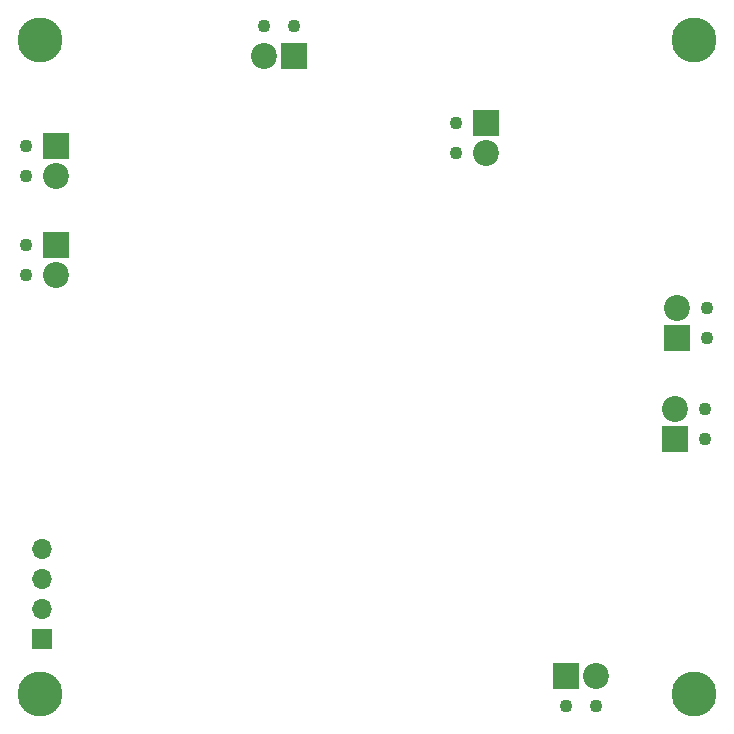
<source format=gbs>
G04 #@! TF.GenerationSoftware,KiCad,Pcbnew,(6.0.8)*
G04 #@! TF.CreationDate,2022-10-29T16:07:11-04:00*
G04 #@! TF.ProjectId,miura_board,6d697572-615f-4626-9f61-72642e6b6963,rev?*
G04 #@! TF.SameCoordinates,Original*
G04 #@! TF.FileFunction,Soldermask,Bot*
G04 #@! TF.FilePolarity,Negative*
%FSLAX46Y46*%
G04 Gerber Fmt 4.6, Leading zero omitted, Abs format (unit mm)*
G04 Created by KiCad (PCBNEW (6.0.8)) date 2022-10-29 16:07:11*
%MOMM*%
%LPD*%
G01*
G04 APERTURE LIST*
%ADD10C,1.100000*%
%ADD11R,2.200000X2.200000*%
%ADD12C,2.200000*%
%ADD13C,3.800000*%
%ADD14R,1.700000X1.700000*%
%ADD15O,1.700000X1.700000*%
G04 APERTURE END LIST*
D10*
X107830000Y-83740000D03*
X110370000Y-83740000D03*
D11*
X107830000Y-81200000D03*
D12*
X110370000Y-81200000D03*
D10*
X62160000Y-36330000D03*
X62160000Y-38870000D03*
D11*
X64700000Y-36330000D03*
D12*
X64700000Y-38870000D03*
D13*
X63300000Y-82700000D03*
D14*
X63500000Y-78000000D03*
D15*
X63500000Y-75460000D03*
X63500000Y-72920000D03*
X63500000Y-70380000D03*
D13*
X118700000Y-27300000D03*
D10*
X119640000Y-58530000D03*
X119640000Y-61070000D03*
D11*
X117100000Y-61070000D03*
D12*
X117100000Y-58530000D03*
D13*
X63300000Y-27300000D03*
D10*
X119740000Y-50030000D03*
X119740000Y-52570000D03*
D11*
X117200000Y-52570000D03*
D12*
X117200000Y-50030000D03*
X101100000Y-36870000D03*
D11*
X101100000Y-34330000D03*
D10*
X98560000Y-34330000D03*
X98560000Y-36870000D03*
D13*
X118700000Y-82700000D03*
D10*
X62160000Y-47240000D03*
X62160000Y-44700000D03*
D11*
X64700000Y-44700000D03*
D12*
X64700000Y-47240000D03*
D10*
X84800000Y-26160000D03*
X82260000Y-26160000D03*
D11*
X84800000Y-28700000D03*
D12*
X82260000Y-28700000D03*
M02*

</source>
